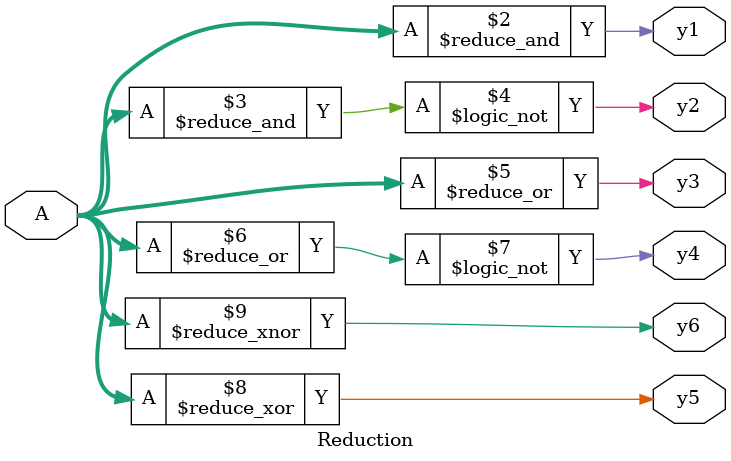
<source format=v>
module Reduction(
  input [3:0] A,
  output reg y1, y2, y3, y4, y5, y6
);

always@* begin 
  y1 = &A;
  y2 = ~&A;
  y3 = |A;
  y4 = ~|A;
  y5 = ^A;
  y6 = ~^A;
  
end

endmodule

</source>
